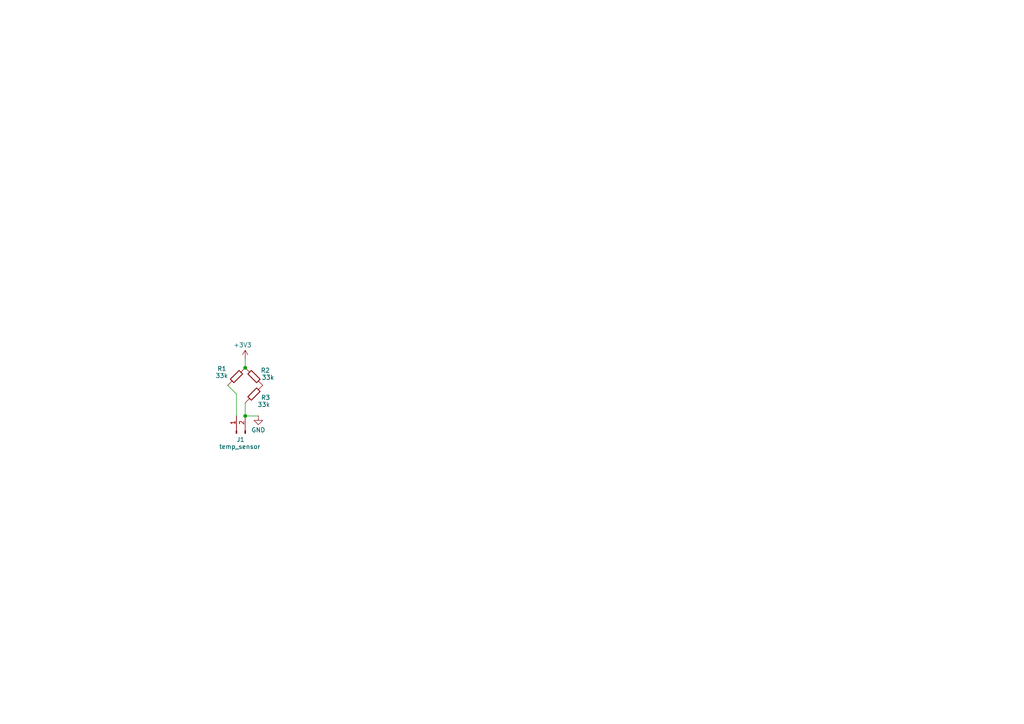
<source format=kicad_sch>
(kicad_sch (version 20231120) (generator "eeschema") (generator_version "8.0")
  (paper "A4")
  (lib_symbols
    (symbol "Connector:Conn_01x02_Pin" (pin_names (offset 1.016) hide)
      (property "Reference" "J" (at 0 2.54 0))
      (property "Value" "Conn_01x02_Pin" (at 0 -5.08 0))
      (symbol "Conn_01x02_Pin_1_1"
        (polyline (pts (xy 1.27 -2.54) (xy 0.8636 -2.54)) (stroke (width 0.1524)))
        (polyline (pts (xy 1.27 0) (xy 0.8636 0)) (stroke (width 0.1524)))
        (rectangle (start 0.8636 -2.413) (end 0 -2.667) (stroke (width 0.1524)) (fill (type outline)))
        (rectangle (start 0.8636 0.127) (end 0 -0.127) (stroke (width 0.1524)) (fill (type outline)))
        (pin passive line (at 5.08 0 180) (length 3.81) (name "Pin_1") (number "1"))
        (pin passive line (at 5.08 -2.54 180) (length 3.81) (name "Pin_2") (number "2"))
      )
    )
    (symbol "Device:R_45deg" (pin_numbers hide) (pin_names (offset 0))
      (property "Reference" "R" (at 5.08 2.54 0))
      (property "Value" "R_45deg" (at 8.255 0.635 0))
      (symbol "R_45deg_0_1"
        (polyline (pts (xy -2.54 2.54) (xy -1.27 1.27)))
        (polyline (pts (xy 1.27 -1.27) (xy 2.54 -2.54)))
      )
      (symbol "R_45deg_1_1"
        (polyline (pts (xy -1.778 0.762) (xy 0.762 -1.778) (xy 1.778 -0.762) (xy -0.762 1.778) (xy -1.778 0.762)) (stroke (width 0.254)))
        (pin passive line (at -2.54 2.54 0) (length 0) (name "~") (number "1"))
        (pin passive line (at 2.54 -2.54 180) (length 0) (name "~") (number "2"))
      )
    )
    (symbol "power:+3V3" (power) (pin_numbers hide) (pin_names (offset 0) hide)
      (property "Value" "+3V3" (at 0 3.556 0))
      (symbol "+3V3_0_1"
        (polyline (pts (xy -0.762 1.27) (xy 0 2.54)))
        (polyline (pts (xy 0 0) (xy 0 2.54)))
        (polyline (pts (xy 0 2.54) (xy 0.762 1.27)))
      )
      (symbol "+3V3_1_1"
        (pin power_in line (at 0 0 90) (length 0) (name "~") (number "1"))
      )
    )
    (symbol "power:GND" (power) (pin_numbers hide) (pin_names (offset 0) hide)
      (property "Value" "GND" (at 0 -3.81 0))
      (symbol "GND_0_1"
        (polyline (pts (xy 0 0) (xy 0 -1.27) (xy 1.27 -1.27) (xy 0 -2.54) (xy -1.27 -1.27) (xy 0 -1.27)))
      )
      (symbol "GND_1_1"
        (pin power_in line (at 0 0 270) (length 0) (name "~") (number "1"))
      )
    )
  )
  (junction (at 71.12 106.68))
  (junction (at 71.12 120.65))
  (wire (pts (xy 71.12 116.84) (xy 71.12 120.65)))
  (wire (pts (xy 71.12 104.14) (xy 71.12 106.68)))
  (wire (pts (xy 66.04 111.76) (xy 68.58 114.3)))
  (wire (pts (xy 68.58 114.3) (xy 68.58 120.65)))
  (wire (pts (xy 71.12 120.65) (xy 74.93 120.65)))
  (symbol (lib_id "Device:R_45deg") (at 73.66 114.3 270) (unit 1)
    (property "Reference" "R3" (at 75.692 115.316 90) (effects (justify left)))
    (property "Value" "33k" (at 74.676 117.348 90) (effects (justify left)))
    (property "Description" "Resistor, rotated by 45°" (effects (hide yes)))
  )
  (symbol (lib_id "Connector:Conn_01x02_Pin") (at 68.58 125.73 90) (unit 1)
    (property "Reference" "J1" (at 68.58 127.508 90) (effects (justify right)))
    (property "Value" "temp_sensor" (at 63.5 129.54 90) (effects (justify right)))
    (property "Description" "Generic connector, single row, 01x02, script generated" (effects (hide yes)))
  )
  (symbol (lib_id "power:GND") (at 74.93 120.65 0) (unit 1)
    (property "Reference" "#PWR2" (effects (hide yes)))
    (property "Value" "GND" (at 74.93 124.714 0))
    (property "Description" "Power symbol creates a global label with name \"GND\" , ground" (effects (hide yes)))
  )
  (symbol (lib_id "Device:R_45deg") (at 73.66 109.22 180) (unit 1)
    (property "Reference" "R2" (at 76.962 107.442 0))
    (property "Value" "33k" (at 77.724 109.474 0))
    (property "Description" "Resistor, rotated by 45°" (effects (hide yes)))
  )
  (symbol (lib_id "Device:R_45deg") (at 68.58 109.22 90) (unit 1)
    (property "Reference" "R1" (at 62.992 106.934 90) (effects (justify right)))
    (property "Value" "33k" (at 62.484 108.966 90) (effects (justify right)))
    (property "Description" "Resistor, rotated by 45°" (effects (hide yes)))
  )
  (symbol (lib_id "power:+3V3") (at 71.12 104.14 0) (unit 1)
    (property "Reference" "#PWR1" (effects (hide yes)))
    (property "Value" "+3V3" (at 70.358 100.076 0))
    (property "Description" "Power symbol creates a global label with name \"+3V3\"" (effects (hide yes)))
  )
)
</source>
